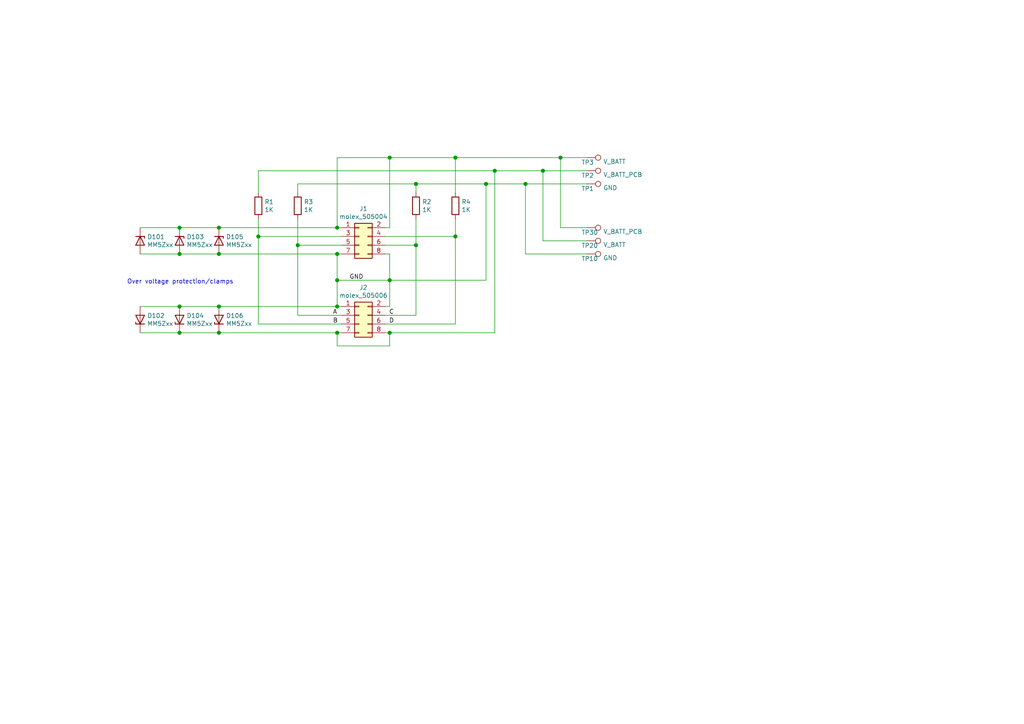
<source format=kicad_sch>
(kicad_sch (version 20201015) (generator eeschema)
  (page 1 1)
  (paper "A4")
  (title_block (title "The Ugly Duck") (date "2020-11-04") (rev "v1"))
  (lib_symbols
    (symbol "Connector:TestPoint" (pin_numbers hide) (pin_names (offset 0.762) hide)
      (property "Reference" "TP" (at 0 6.858 0))
      (property "Value" "TestPoint" (at 0 5.08 0))
      (symbol "TestPoint_0_1"
        (circle (center 0 3.302) (radius 0.762))
      )
      (symbol "TestPoint_1_1"
        (pin passive line (at 0 0 90) (length 2.54) (name "1") (number "1"))
      )
    )
    (symbol "Connector_Generic:Conn_02x04_Odd_Even" (pin_names (offset 1.016) hide)
      (property "Reference" "J" (at 1.27 5.08 0))
      (property "Value" "Conn_02x04_Odd_Even" (at 1.27 -7.62 0))
      (symbol "Conn_02x04_Odd_Even_1_1"
        (rectangle (start -1.27 -4.953) (end 0 -5.207) (stroke (width 0.1524)))
        (rectangle (start -1.27 -2.413) (end 0 -2.667) (stroke (width 0.1524)))
        (rectangle (start -1.27 2.667) (end 0 2.413) (stroke (width 0.1524)))
        (rectangle (start -1.27 3.81) (end 3.81 -6.35) (stroke (width 0.254)) (fill (type background)))
        (rectangle (start -1.27 0.127) (end 0 -0.127) (stroke (width 0.1524)))
        (rectangle (start 3.81 -4.953) (end 2.54 -5.207) (stroke (width 0.1524)))
        (rectangle (start 3.81 -2.413) (end 2.54 -2.667) (stroke (width 0.1524)))
        (rectangle (start 3.81 2.667) (end 2.54 2.413) (stroke (width 0.1524)))
        (rectangle (start 3.81 0.127) (end 2.54 -0.127) (stroke (width 0.1524)))
        (pin passive line (at -5.08 2.54 0) (length 3.81) (name "Pin_1") (number "1"))
        (pin passive line (at 7.62 2.54 180) (length 3.81) (name "Pin_2") (number "2"))
        (pin passive line (at -5.08 0 0) (length 3.81) (name "Pin_3") (number "3"))
        (pin passive line (at 7.62 0 180) (length 3.81) (name "Pin_4") (number "4"))
        (pin passive line (at -5.08 -2.54 0) (length 3.81) (name "Pin_5") (number "5"))
        (pin passive line (at 7.62 -2.54 180) (length 3.81) (name "Pin_6") (number "6"))
        (pin passive line (at -5.08 -5.08 0) (length 3.81) (name "Pin_7") (number "7"))
        (pin passive line (at 7.62 -5.08 180) (length 3.81) (name "Pin_8") (number "8"))
      )
    )
    (symbol "Device:R" (pin_numbers hide) (pin_names (offset 0))
      (property "Reference" "R" (at 2.032 0 90))
      (property "Value" "R" (at 0 0 90))
      (symbol "R_0_1"
        (rectangle (start -1.016 -2.54) (end 1.016 2.54) (stroke (width 0.254)))
      )
      (symbol "R_1_1"
        (pin passive line (at 0 3.81 270) (length 1.27) (name "~") (number "1"))
        (pin passive line (at 0 -3.81 90) (length 1.27) (name "~") (number "2"))
      )
    )
    (symbol "Diode:MM5Zxx" (pin_numbers hide) (pin_names (offset 1.016) hide)
      (property "Reference" "D" (at 0 2.54 0))
      (property "Value" "MM5Zxx" (at 0 -2.54 0))
      (symbol "MM5Zxx_0_1"
        (polyline (pts (xy 1.27 0) (xy -1.27 0)))
        (polyline (pts (xy -1.27 -1.27) (xy -1.27 1.27) (xy -0.762 1.27)) (stroke (width 0.254)))
        (polyline (pts (xy 1.27 -1.27) (xy 1.27 1.27) (xy -1.27 0) (xy 1.27 -1.27)) (stroke (width 0.254)))
      )
      (symbol "MM5Zxx_1_1"
        (pin passive line (at -3.81 0 0) (length 2.54) (name "K") (number "1"))
        (pin passive line (at 3.81 0 180) (length 2.54) (name "A") (number "2"))
      )
    )
  )
  (junction (at 52.07 66.04) (diameter 1.016))
  (junction (at 52.07 73.66) (diameter 1.016))
  (junction (at 52.07 88.9) (diameter 1.016))
  (junction (at 52.07 96.52) (diameter 1.016))
  (junction (at 63.5 66.04) (diameter 1.016))
  (junction (at 63.5 73.66) (diameter 1.016))
  (junction (at 63.5 88.9) (diameter 1.016))
  (junction (at 63.5 96.52) (diameter 1.016))
  (junction (at 74.93 68.58) (diameter 1.016))
  (junction (at 86.36 71.12) (diameter 1.016))
  (junction (at 97.79 66.04) (diameter 1.016))
  (junction (at 97.79 73.66) (diameter 1.016))
  (junction (at 97.79 81.28) (diameter 1.016))
  (junction (at 97.79 88.9) (diameter 1.016))
  (junction (at 97.79 96.52) (diameter 1.016))
  (junction (at 113.03 45.72) (diameter 1.016))
  (junction (at 113.03 81.28) (diameter 1.016))
  (junction (at 113.03 96.52) (diameter 1.016))
  (junction (at 120.65 53.34) (diameter 1.016))
  (junction (at 120.65 71.12) (diameter 1.016))
  (junction (at 132.08 45.72) (diameter 1.016))
  (junction (at 132.08 68.58) (diameter 1.016))
  (junction (at 140.97 53.34) (diameter 1.016))
  (junction (at 143.51 49.53) (diameter 1.016))
  (junction (at 152.4 53.34) (diameter 1.016))
  (junction (at 157.48 49.53) (diameter 1.016))
  (junction (at 162.56 45.72) (diameter 1.016))
  (wire (pts (xy 40.64 66.04) (xy 52.07 66.04)))
  (wire (pts (xy 40.64 73.66) (xy 52.07 73.66)))
  (wire (pts (xy 40.64 88.9) (xy 52.07 88.9)))
  (wire (pts (xy 40.64 96.52) (xy 52.07 96.52)))
  (wire (pts (xy 52.07 66.04) (xy 63.5 66.04)))
  (wire (pts (xy 52.07 73.66) (xy 63.5 73.66)))
  (wire (pts (xy 52.07 88.9) (xy 63.5 88.9)))
  (wire (pts (xy 52.07 96.52) (xy 63.5 96.52)))
  (wire (pts (xy 63.5 66.04) (xy 97.79 66.04)))
  (wire (pts (xy 63.5 73.66) (xy 97.79 73.66)))
  (wire (pts (xy 63.5 88.9) (xy 97.79 88.9)))
  (wire (pts (xy 63.5 96.52) (xy 97.79 96.52)))
  (wire (pts (xy 74.93 49.53) (xy 143.51 49.53)))
  (wire (pts (xy 74.93 55.88) (xy 74.93 49.53)))
  (wire (pts (xy 74.93 63.5) (xy 74.93 68.58)))
  (wire (pts (xy 74.93 68.58) (xy 74.93 93.98)))
  (wire (pts (xy 74.93 68.58) (xy 99.06 68.58)))
  (wire (pts (xy 74.93 93.98) (xy 99.06 93.98)))
  (wire (pts (xy 86.36 53.34) (xy 86.36 55.88)))
  (wire (pts (xy 86.36 63.5) (xy 86.36 71.12)))
  (wire (pts (xy 86.36 71.12) (xy 86.36 91.44)))
  (wire (pts (xy 86.36 71.12) (xy 99.06 71.12)))
  (wire (pts (xy 86.36 91.44) (xy 99.06 91.44)))
  (wire (pts (xy 97.79 45.72) (xy 97.79 66.04)))
  (wire (pts (xy 97.79 45.72) (xy 113.03 45.72)))
  (wire (pts (xy 97.79 73.66) (xy 97.79 81.28)))
  (wire (pts (xy 97.79 81.28) (xy 97.79 88.9)))
  (wire (pts (xy 97.79 81.28) (xy 113.03 81.28)))
  (wire (pts (xy 97.79 96.52) (xy 97.79 100.33)))
  (wire (pts (xy 97.79 100.33) (xy 113.03 100.33)))
  (wire (pts (xy 99.06 66.04) (xy 97.79 66.04)))
  (wire (pts (xy 99.06 73.66) (xy 97.79 73.66)))
  (wire (pts (xy 99.06 88.9) (xy 97.79 88.9)))
  (wire (pts (xy 99.06 96.52) (xy 97.79 96.52)))
  (wire (pts (xy 111.76 66.04) (xy 113.03 66.04)))
  (wire (pts (xy 111.76 68.58) (xy 132.08 68.58)))
  (wire (pts (xy 111.76 71.12) (xy 120.65 71.12)))
  (wire (pts (xy 111.76 73.66) (xy 113.03 73.66)))
  (wire (pts (xy 111.76 91.44) (xy 120.65 91.44)))
  (wire (pts (xy 111.76 93.98) (xy 132.08 93.98)))
  (wire (pts (xy 113.03 45.72) (xy 113.03 66.04)))
  (wire (pts (xy 113.03 45.72) (xy 132.08 45.72)))
  (wire (pts (xy 113.03 73.66) (xy 113.03 81.28)))
  (wire (pts (xy 113.03 81.28) (xy 113.03 88.9)))
  (wire (pts (xy 113.03 81.28) (xy 140.97 81.28)))
  (wire (pts (xy 113.03 88.9) (xy 111.76 88.9)))
  (wire (pts (xy 113.03 96.52) (xy 111.76 96.52)))
  (wire (pts (xy 113.03 96.52) (xy 143.51 96.52)))
  (wire (pts (xy 113.03 100.33) (xy 113.03 96.52)))
  (wire (pts (xy 120.65 53.34) (xy 86.36 53.34)))
  (wire (pts (xy 120.65 55.88) (xy 120.65 53.34)))
  (wire (pts (xy 120.65 71.12) (xy 120.65 63.5)))
  (wire (pts (xy 120.65 91.44) (xy 120.65 71.12)))
  (wire (pts (xy 132.08 45.72) (xy 132.08 55.88)))
  (wire (pts (xy 132.08 45.72) (xy 162.56 45.72)))
  (wire (pts (xy 132.08 68.58) (xy 132.08 63.5)))
  (wire (pts (xy 132.08 68.58) (xy 132.08 93.98)))
  (wire (pts (xy 140.97 53.34) (xy 120.65 53.34)))
  (wire (pts (xy 140.97 53.34) (xy 152.4 53.34)))
  (wire (pts (xy 140.97 81.28) (xy 140.97 53.34)))
  (wire (pts (xy 143.51 49.53) (xy 143.51 96.52)))
  (wire (pts (xy 143.51 49.53) (xy 157.48 49.53)))
  (wire (pts (xy 152.4 53.34) (xy 152.4 73.66)))
  (wire (pts (xy 152.4 53.34) (xy 170.18 53.34)))
  (wire (pts (xy 152.4 73.66) (xy 170.18 73.66)))
  (wire (pts (xy 157.48 49.53) (xy 157.48 69.85)))
  (wire (pts (xy 157.48 49.53) (xy 170.18 49.53)))
  (wire (pts (xy 157.48 69.85) (xy 170.18 69.85)))
  (wire (pts (xy 162.56 45.72) (xy 162.56 66.04)))
  (wire (pts (xy 162.56 45.72) (xy 170.18 45.72)))
  (wire (pts (xy 162.56 66.04) (xy 170.18 66.04)))
  (text "Over voltage protection/clamps" (at 36.83 82.55 0) (effects (font (size 1.27 1.27)) (justify left bottom)))
  (label "A" (at 96.52 91.44 0))
  (label "B" (at 96.52 93.98 0))
  (label "GND" (at 105.41 81.28 180))
  (label "C" (at 114.3 91.44 180))
  (label "D" (at 114.3 93.98 180))
  (symbol (lib_id "Connector:TestPoint") (at 170.18 45.72 270) (unit 1)
    (property "Reference" "TP3" (at 168.6052 47.0916 90) (effects (justify left)))
    (property "Value" "V_BATT" (at 174.9552 46.863 90) (effects (justify left)))
    (property "Footprint" "batflex:wire_pad_2x4mm" (effects hide))
  )
  (symbol (lib_id "Connector:TestPoint") (at 170.18 49.53 270) (unit 1)
    (property "Reference" "TP2" (at 168.6052 50.9016 90) (effects (justify left)))
    (property "Value" "V_BATT_PCB" (at 174.9552 50.673 90) (effects (justify left)))
    (property "Footprint" "batflex:wire_pad_2x4mm" (effects hide))
  )
  (symbol (lib_id "Connector:TestPoint") (at 170.18 53.34 270) (unit 1)
    (property "Reference" "TP1" (at 168.6052 54.7116 90) (effects (justify left)))
    (property "Value" "GND" (at 174.9552 54.483 90) (effects (justify left)))
    (property "Footprint" "batflex:wire_pad_2x4mm" (effects hide))
  )
  (symbol (lib_id "Connector:TestPoint") (at 170.18 66.04 270) (unit 1)
    (property "Reference" "TP30" (at 168.6052 67.4116 90) (effects (justify left)))
    (property "Value" "V_BATT_PCB" (at 174.9552 67.183 90) (effects (justify left)))
    (property "Footprint" "batflex:wire_pad_2x4mm" (effects hide))
  )
  (symbol (lib_id "Connector:TestPoint") (at 170.18 69.85 270) (unit 1)
    (property "Reference" "TP20" (at 168.6052 71.2216 90) (effects (justify left)))
    (property "Value" "V_BATT" (at 174.9552 70.993 90) (effects (justify left)))
    (property "Footprint" "batflex:wire_pad_2x4mm" (effects hide))
  )
  (symbol (lib_id "Connector:TestPoint") (at 170.18 73.66 270) (unit 1)
    (property "Reference" "TP10" (at 168.6052 75.0316 90) (effects (justify left)))
    (property "Value" "GND" (at 174.9552 74.803 90) (effects (justify left)))
    (property "Footprint" "batflex:wire_pad_2x4mm" (effects hide))
  )
  (symbol (lib_id "Device:R") (at 74.93 59.69 0) (unit 1)
    (property "Reference" "R1" (at 76.708 58.547 0) (effects (justify left)))
    (property "Value" "1K" (at 76.708 60.833 0) (effects (justify left)))
    (property "Footprint" "Resistor_SMD:R_0402_1005Metric" (effects hide))
  )
  (symbol (lib_id "Device:R") (at 86.36 59.69 0) (unit 1)
    (property "Reference" "R3" (at 88.138 58.547 0) (effects (justify left)))
    (property "Value" "1K" (at 88.138 60.833 0) (effects (justify left)))
    (property "Footprint" "Resistor_SMD:R_0402_1005Metric" (effects hide))
  )
  (symbol (lib_id "Device:R") (at 120.65 59.69 0) (unit 1)
    (property "Reference" "R2" (at 122.428 58.547 0) (effects (justify left)))
    (property "Value" "1K" (at 122.428 60.833 0) (effects (justify left)))
    (property "Footprint" "Resistor_SMD:R_0402_1005Metric" (effects hide))
  )
  (symbol (lib_id "Device:R") (at 132.08 59.69 0) (unit 1)
    (property "Reference" "R4" (at 133.858 58.547 0) (effects (justify left)))
    (property "Value" "1K" (at 133.858 60.833 0) (effects (justify left)))
    (property "Footprint" "Resistor_SMD:R_0402_1005Metric" (effects hide))
  )
  (symbol (lib_id "Diode:MM5Zxx") (at 40.64 69.85 270) (unit 1)
    (property "Reference" "D101" (at 42.6721 68.7006 90) (effects (justify left)))
    (property "Value" "MM5Zxx" (at 42.6721 70.9993 90) (effects (justify left)))
    (property "Footprint" "Diode_SMD:D_SOD-523" (effects hide))
    (property "Datasheet" "https://diotec.com/tl_files/diotec/files/pdf/datasheets/mm5z2v4.pdf" (effects hide))
    (property "mfg#" "SZMM5Z4V7ST5G" (effects hide))
    (property "mouser#" "863-SZMM5Z4V7ST5G" (effects hide))
  )
  (symbol (lib_id "Diode:MM5Zxx") (at 40.64 92.71 90) (unit 1)
    (property "Reference" "D102" (at 42.6721 91.5606 90) (effects (justify right)))
    (property "Value" "MM5Zxx" (at 42.6721 93.8593 90) (effects (justify right)))
    (property "Footprint" "Diode_SMD:D_SOD-523" (effects hide))
    (property "Datasheet" "https://diotec.com/tl_files/diotec/files/pdf/datasheets/mm5z2v4.pdf" (effects hide))
    (property "mfg#" "SZMM5Z4V7ST5G" (effects hide))
    (property "mouser#" "863-SZMM5Z4V7ST5G" (effects hide))
  )
  (symbol (lib_id "Diode:MM5Zxx") (at 52.07 69.85 270) (unit 1)
    (property "Reference" "D103" (at 54.1021 68.7006 90) (effects (justify left)))
    (property "Value" "MM5Zxx" (at 54.1021 70.9993 90) (effects (justify left)))
    (property "Footprint" "Diode_SMD:D_SOD-523" (effects hide))
    (property "Datasheet" "https://diotec.com/tl_files/diotec/files/pdf/datasheets/mm5z2v4.pdf" (effects hide))
    (property "mfg#" "SZMM5Z4V7ST5G" (effects hide))
    (property "mouser#" "863-SZMM5Z4V7ST5G" (effects hide))
  )
  (symbol (lib_id "Diode:MM5Zxx") (at 52.07 92.71 90) (unit 1)
    (property "Reference" "D104" (at 54.1021 91.5606 90) (effects (justify right)))
    (property "Value" "MM5Zxx" (at 54.1021 93.8593 90) (effects (justify right)))
    (property "Footprint" "Diode_SMD:D_SOD-523" (effects hide))
    (property "Datasheet" "https://diotec.com/tl_files/diotec/files/pdf/datasheets/mm5z2v4.pdf" (effects hide))
    (property "mfg#" "SZMM5Z4V7ST5G" (effects hide))
    (property "mouser#" "863-SZMM5Z4V7ST5G" (effects hide))
  )
  (symbol (lib_id "Diode:MM5Zxx") (at 63.5 69.85 270) (unit 1)
    (property "Reference" "D105" (at 65.5321 68.7006 90) (effects (justify left)))
    (property "Value" "MM5Zxx" (at 65.5321 70.9993 90) (effects (justify left)))
    (property "Footprint" "Diode_SMD:D_SOD-523" (effects hide))
    (property "Datasheet" "https://diotec.com/tl_files/diotec/files/pdf/datasheets/mm5z2v4.pdf" (effects hide))
    (property "mfg#" "SZMM5Z4V7ST5G" (effects hide))
    (property "mouser#" "863-SZMM5Z4V7ST5G" (effects hide))
  )
  (symbol (lib_id "Diode:MM5Zxx") (at 63.5 92.71 90) (unit 1)
    (property "Reference" "D106" (at 65.532 91.567 90) (effects (justify right)))
    (property "Value" "MM5Zxx" (at 65.5321 93.8593 90) (effects (justify right)))
    (property "Footprint" "Diode_SMD:D_SOD-523" (effects hide))
    (property "Datasheet" "https://diotec.com/tl_files/diotec/files/pdf/datasheets/mm5z2v4.pdf" (effects hide))
    (property "mfg#" "SZMM5Z4V7ST5G" (effects hide))
    (property "mouser#" "863-SZMM5Z4V7ST5G" (effects hide))
  )
  (symbol (lib_id "Connector_Generic:Conn_02x04_Odd_Even") (at 104.14 68.58 0) (unit 1)
    (property "Reference" "J1" (at 105.41 60.5282 0))
    (property "Value" "molex_505004" (at 105.41 62.8396 0))
    (property "Footprint" "batflex:molex_5050040812" (effects hide))
  )
  (symbol (lib_id "Connector_Generic:Conn_02x04_Odd_Even") (at 104.14 91.44 0) (unit 1)
    (property "Reference" "J2" (at 105.41 83.3882 0))
    (property "Value" "molex_505006" (at 105.41 85.6996 0))
    (property "Footprint" "batflex:molex_5050060812" (effects hide))
  )
)
</source>
